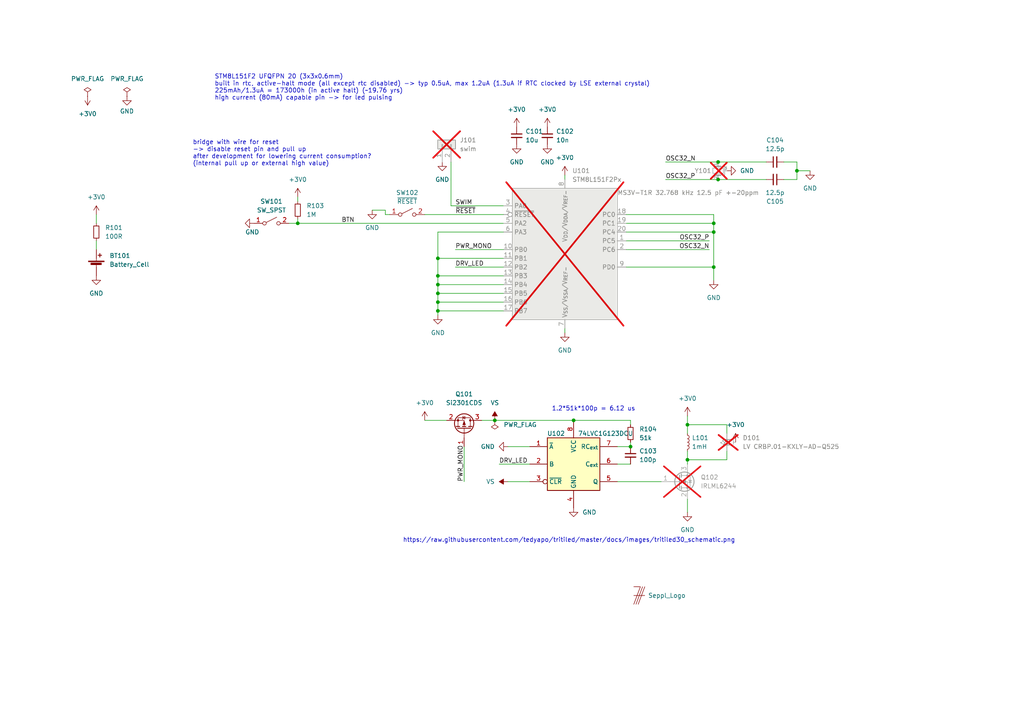
<source format=kicad_sch>
(kicad_sch (version 20250114) (generator "eeschema") (generator_version "9.0")
  (paper "A4")
  (lib_symbols
    (symbol "74xGxx:74LVC1G123DCU"
      (property "Reference" "U102" (at -5.08 8.89 0))
      (property "Value" "74LVC1G123DCU" (at 1.27 8.89 0))
      (symbol "74LVC1G123DCU_1_1"
        (rectangle (start -7.62 7.62) (end 7.62 -7.62) (stroke (width 0.254)) (fill (type background)))
        (pin input line (at -12.7 5.08 0) (length 5.08) (name "~{A}") (number "1"))
        (pin input line (at -12.7 0 0) (length 5.08) (name "B") (number "2"))
        (pin input inverted (at -12.7 -5.08 0) (length 5.08) (name "~{CLR}") (number "3"))
        (pin power_in line (at 0 12.7 270) (length 5.08) (name "VCC") (number "8"))
        (pin power_in line (at 0 -12.7 90) (length 5.08) (name "GND") (number "4"))
        (pin input line (at 12.7 5.08 180) (length 5.08) (name "RC_{ext}") (number "7"))
        (pin input line (at 12.7 0 180) (length 5.08) (name "C_{ext}") (number "6"))
        (pin output line (at 12.7 -5.08 180) (length 5.08) (name "Q") (number "5"))
      )
    )
    (symbol "Connector_Generic:Conn_01x02" (pin_names (offset 1.016) (hide yes))
      (property "Reference" "J" (at 0 2.54 0))
      (property "Value" "Conn_01x02" (at 0 -5.08 0))
      (symbol "Conn_01x02_1_1"
        (rectangle (start -1.27 1.27) (end 1.27 -3.81) (stroke (width 0.254)) (fill (type background)))
        (rectangle (start -1.27 0.127) (end 0 -0.127) (stroke (width 0.1524)))
        (rectangle (start -1.27 -2.413) (end 0 -2.667) (stroke (width 0.1524)))
        (pin passive line (at -5.08 0 0) (length 3.81) (name "Pin_1") (number "1"))
        (pin passive line (at -5.08 -2.54 0) (length 3.81) (name "Pin_2") (number "2"))
      )
    )
    (symbol "Device:Battery_Cell" (pin_numbers (hide yes)) (pin_names (offset 0) (hide yes))
      (property "Reference" "BT" (at 2.54 2.54 0))
      (property "Value" "Battery_Cell" (at 2.54 0 0))
      (symbol "Battery_Cell_0_1"
        (rectangle (start -2.286 1.778) (end 2.286 1.524) (fill (type outline)))
        (rectangle (start -1.5748 1.1938) (end 1.4732 0.6858) (fill (type outline)))
        (polyline (pts (xy 0 1.778) (xy 0 2.54)))
        (polyline (pts (xy 0 0.762) (xy 0 0)))
        (polyline (pts (xy 0.508 3.429) (xy 1.524 3.429)) (stroke (width 0.254)))
        (polyline (pts (xy 1.016 3.937) (xy 1.016 2.921)) (stroke (width 0.254)))
      )
      (symbol "Battery_Cell_1_1"
        (pin passive line (at 0 5.08 270) (length 2.54) (name "+") (number "1"))
        (pin passive line (at 0 -2.54 90) (length 2.54) (name "-") (number "2"))
      )
    )
    (symbol "Device:C_Small" (pin_numbers (hide yes)) (pin_names (offset 0.254) (hide yes))
      (property "Reference" "C" (at 0.254 1.778 0))
      (property "Value" "C_Small" (at 0.254 -2.032 0))
      (symbol "C_Small_0_1"
        (polyline (pts (xy -1.524 0.508) (xy 1.524 0.508)) (stroke (width 0.3048)))
        (polyline (pts (xy -1.524 -0.508) (xy 1.524 -0.508)) (stroke (width 0.3302)))
      )
      (symbol "C_Small_1_1"
        (pin passive line (at 0 2.54 270) (length 2.032) (name "~") (number "1"))
        (pin passive line (at 0 -2.54 90) (length 2.032) (name "~") (number "2"))
      )
    )
    (symbol "Device:Crystal_GND3_Small" (pin_names (offset 1.016) (hide yes))
      (property "Reference" "Y" (at 0 5.08 0))
      (property "Value" "Crystal_GND3_Small" (at 0 3.175 0))
      (symbol "Crystal_GND3_Small_0_1"
        (polyline (pts (xy -1.27 -0.762) (xy -1.27 0.762)) (stroke (width 0.381)))
        (polyline (pts (xy -1.27 -1.27) (xy -1.27 -1.905) (xy 1.27 -1.905) (xy 1.27 -1.27)))
        (rectangle (start -0.762 -1.524) (end 0.762 1.524))
        (polyline (pts (xy 1.27 -0.762) (xy 1.27 0.762)) (stroke (width 0.381)))
      )
      (symbol "Crystal_GND3_Small_1_1"
        (pin passive line (at -2.54 0 0) (length 1.27) (name "1") (number "1"))
        (pin passive line (at 0 -2.54 90) (length 0.635) (name "3") (number "3"))
        (pin passive line (at 2.54 0 180) (length 1.27) (name "2") (number "2"))
      )
    )
    (symbol "Device:L_Small" (pin_numbers (hide yes)) (pin_names (offset 0.254) (hide yes))
      (property "Reference" "L" (at 0.762 1.016 0))
      (property "Value" "L_Small" (at 0.762 -1.016 0))
      (symbol "L_Small_0_1"
        (arc (start 0 2.032) (mid 0.5058 1.524) (end 0 1.016))
        (arc (start 0 1.016) (mid 0.5058 0.508) (end 0 0))
        (arc (start 0 0) (mid 0.5058 -0.508) (end 0 -1.016))
        (arc (start 0 -1.016) (mid 0.5058 -1.524) (end 0 -2.032))
      )
      (symbol "L_Small_1_1"
        (pin passive line (at 0 2.54 270) (length 0.508) (name "~") (number "1"))
        (pin passive line (at 0 -2.54 90) (length 0.508) (name "~") (number "2"))
      )
    )
    (symbol "Device:Q_NMOS_GSD" (pin_names (offset 0) (hide yes))
      (property "Reference" "Q" (at 5.08 1.27 0))
      (property "Value" "Q_NMOS_GSD" (at 5.08 -1.27 0))
      (symbol "Q_NMOS_GSD_0_1"
        (polyline (pts (xy 0.254 1.905) (xy 0.254 -1.905)) (stroke (width 0.254)))
        (polyline (pts (xy 0.254 0) (xy -2.54 0)))
        (polyline (pts (xy 0.762 2.286) (xy 0.762 1.27)) (stroke (width 0.254)))
        (polyline (pts (xy 0.762 0.508) (xy 0.762 -0.508)) (stroke (width 0.254)))
        (polyline (pts (xy 0.762 -1.27) (xy 0.762 -2.286)) (stroke (width 0.254)))
        (polyline (pts (xy 0.762 -1.778) (xy 3.302 -1.778) (xy 3.302 1.778) (xy 0.762 1.778)))
        (polyline (pts (xy 1.016 0) (xy 2.032 0.381) (xy 2.032 -0.381) (xy 1.016 0)) (fill (type outline)))
        (circle (center 1.651 0) (radius 2.794) (stroke (width 0.254)))
        (polyline (pts (xy 2.54 2.54) (xy 2.54 1.778)))
        (circle (center 2.54 1.778) (radius 0.254) (fill (type outline)))
        (circle (center 2.54 -1.778) (radius 0.254) (fill (type outline)))
        (polyline (pts (xy 2.54 -2.54) (xy 2.54 0) (xy 0.762 0)))
        (polyline (pts (xy 2.794 0.508) (xy 2.921 0.381) (xy 3.683 0.381) (xy 3.81 0.254)))
        (polyline (pts (xy 3.302 0.381) (xy 2.921 -0.254) (xy 3.683 -0.254) (xy 3.302 0.381)))
      )
      (symbol "Q_NMOS_GSD_1_1"
        (pin input line (at -5.08 0 0) (length 2.54) (name "G") (number "1"))
        (pin passive line (at 2.54 5.08 270) (length 2.54) (name "D") (number "3"))
        (pin passive line (at 2.54 -5.08 90) (length 2.54) (name "S") (number "2"))
      )
    )
    (symbol "Device:Q_PMOS_GSD" (pin_names (offset 0) (hide yes))
      (property "Reference" "Q" (at 5.08 1.27 0))
      (property "Value" "Q_PMOS_GSD" (at 5.08 -1.27 0))
      (symbol "Q_PMOS_GSD_0_1"
        (polyline (pts (xy 0.254 1.905) (xy 0.254 -1.905)) (stroke (width 0.254)))
        (polyline (pts (xy 0.254 0) (xy -2.54 0)))
        (polyline (pts (xy 0.762 2.286) (xy 0.762 1.27)) (stroke (width 0.254)))
        (polyline (pts (xy 0.762 1.778) (xy 3.302 1.778) (xy 3.302 -1.778) (xy 0.762 -1.778)))
        (polyline (pts (xy 0.762 0.508) (xy 0.762 -0.508)) (stroke (width 0.254)))
        (polyline (pts (xy 0.762 -1.27) (xy 0.762 -2.286)) (stroke (width 0.254)))
        (circle (center 1.651 0) (radius 2.794) (stroke (width 0.254)))
        (polyline (pts (xy 2.286 0) (xy 1.27 0.381) (xy 1.27 -0.381) (xy 2.286 0)) (fill (type outline)))
        (polyline (pts (xy 2.54 2.54) (xy 2.54 1.778)))
        (circle (center 2.54 1.778) (radius 0.254) (fill (type outline)))
        (circle (center 2.54 -1.778) (radius 0.254) (fill (type outline)))
        (polyline (pts (xy 2.54 -2.54) (xy 2.54 0) (xy 0.762 0)))
        (polyline (pts (xy 2.794 -0.508) (xy 2.921 -0.381) (xy 3.683 -0.381) (xy 3.81 -0.254)))
        (polyline (pts (xy 3.302 -0.381) (xy 2.921 0.254) (xy 3.683 0.254) (xy 3.302 -0.381)))
      )
      (symbol "Q_PMOS_GSD_1_1"
        (pin input line (at -5.08 0 0) (length 2.54) (name "G") (number "1"))
        (pin passive line (at 2.54 5.08 270) (length 2.54) (name "D") (number "3"))
        (pin passive line (at 2.54 -5.08 90) (length 2.54) (name "S") (number "2"))
      )
    )
    (symbol "Device:R_Small" (pin_numbers (hide yes)) (pin_names (offset 0.254) (hide yes))
      (property "Reference" "R" (at 0.762 0.508 0))
      (property "Value" "R_Small" (at 0.762 -1.016 0))
      (symbol "R_Small_0_1"
        (rectangle (start -0.762 1.778) (end 0.762 -1.778) (stroke (width 0.2032)))
      )
      (symbol "R_Small_1_1"
        (pin passive line (at 0 2.54 270) (length 0.762) (name "~") (number "1"))
        (pin passive line (at 0 -2.54 90) (length 0.762) (name "~") (number "2"))
      )
    )
    (symbol "Seppl_LED_SMD:LED-ThermalPad" (pin_numbers (hide yes)) (pin_names (offset 0) (hide yes))
      (property "Reference" "D" (at 0 6.858 0))
      (symbol "LED-ThermalPad_0_1"
        (polyline (pts (xy -0.762 -1.016) (xy -0.762 1.016)) (stroke (width 0.254)))
        (polyline (pts (xy -0.635 -1.905) (xy 0.635 -1.905)))
        (polyline (pts (xy 0 0.762) (xy -0.508 1.27) (xy -0.254 1.27) (xy -0.508 1.27) (xy -0.508 1.016)))
        (polyline (pts (xy 0 -1.905) (xy 0 -2.54)))
        (polyline (pts (xy 0.508 1.27) (xy 0 1.778) (xy 0.254 1.778) (xy 0 1.778) (xy 0 1.524)))
        (polyline (pts (xy 0.762 -1.016) (xy -0.762 0) (xy 0.762 1.016) (xy 0.762 -1.016)) (stroke (width 0.254)))
        (polyline (pts (xy 1.016 0) (xy -0.762 0)))
      )
      (symbol "LED-ThermalPad_1_1"
        (pin passive line (at -2.54 0 0) (length 1.778) (name "K") (number "1"))
        (pin passive line (at 0 -2.54 90) (length 0) (name "Thermal") (number "3"))
        (pin passive line (at 2.54 0 180) (length 1.778) (name "A") (number "2"))
      )
    )
    (symbol "Seppl_Logo:Seppl_Logo" (in_bom no)
      (property "Value" "Seppl_Logo" (at 0 3.81 0))
      (symbol "Seppl_Logo_0_1"
        (polyline (pts (xy -1.5875 2.54) (xy 0.3175 2.54) (xy -1.5875 -2.54)))
        (polyline (pts (xy -1.5875 0) (xy 1.5875 0)))
        (polyline (pts (xy -0.9525 -2.54) (xy 0.9525 2.54)))
        (polyline (pts (xy -0.3175 -2.54) (xy 1.5875 2.54)))
      )
    )
    (symbol "Seppl_MCU_ST_STM8:STM8L151F2Px"
      (property "Reference" "U" (at -10.16 22.225 0))
      (property "Value" "STM8L151F2Px" (at -10.16 20.32 0))
      (symbol "STM8L151F2Px_0_0"
        (pin bidirectional line (at -17.78 13.97 0) (length 2.54) (name "PA0") (number "3") (alternate "SWIM" bidirectional line))
        (pin bidirectional inverted (at -17.78 11.43 0) (length 2.54) (name "~{RESET}") (number "4"))
        (pin bidirectional line (at -17.78 8.89 0) (length 2.54) (name "PA2") (number "5"))
        (pin bidirectional line (at -17.78 6.35 0) (length 2.54) (name "PA3") (number "6") (alternate "" input line))
        (pin bidirectional line (at -17.78 1.27 0) (length 2.54) (name "PB0") (number "10") (alternate "TIM2_CH1" bidirectional line))
        (pin bidirectional line (at -17.78 -1.27 0) (length 2.54) (name "PB1") (number "11") (alternate "TIM3_CH1" bidirectional line))
        (pin bidirectional line (at -17.78 -3.81 0) (length 2.54) (name "PB2") (number "12") (alternate "TIM2_CH2" bidirectional line))
        (pin bidirectional line (at -17.78 -6.35 0) (length 2.54) (name "PB3") (number "13"))
        (pin bidirectional line (at -17.78 -8.89 0) (length 2.54) (name "PB4") (number "14"))
        (pin bidirectional line (at -17.78 -11.43 0) (length 2.54) (name "PB5") (number "15"))
        (pin bidirectional line (at -17.78 -13.97 0) (length 2.54) (name "PB6") (number "16"))
        (pin bidirectional line (at -17.78 -16.51 0) (length 2.54) (name "PB7") (number "17"))
        (pin power_in line (at 0 21.59 270) (length 2.54) (name "V_{DD}/V_{DDA}/V_{REF-}") (number "8") (alternate "" input line))
        (pin power_in line (at 0 -21.59 90) (length 2.54) (name "V_{SS}/V_{SSA}/V_{REF-}") (number "7") (alternate "" input line))
        (pin bidirectional line (at 17.78 11.43 180) (length 2.54) (name "PC0") (number "18") (alternate "" input line))
        (pin bidirectional line (at 17.78 8.89 180) (length 2.54) (name "PC1") (number "19") (alternate "" input line))
        (pin bidirectional line (at 17.78 6.35 180) (length 2.54) (name "PC4") (number "20") (alternate "" input line))
        (pin bidirectional line (at 17.78 3.81 180) (length 2.54) (name "PC5") (number "1") (alternate "OSC32_IN" input line) (alternate "TIM2_CH1" bidirectional line))
        (pin bidirectional line (at 17.78 1.27 180) (length 2.54) (name "PC6") (number "2") (alternate "OSC32_OUT" output line) (alternate "TIM2_CH1" bidirectional line))
        (pin bidirectional line (at 17.78 -3.81 180) (length 2.54) (name "PD0") (number "9") (alternate "" input line) (alternate "TIM3_CH2" bidirectional line))
      )
      (symbol "STM8L151F2Px_0_1"
        (rectangle (start -15.24 19.05) (end 15.24 -19.05) (fill (type background)))
      )
    )
    (symbol "Switch:SW_SPST" (pin_names (offset 0) (hide yes))
      (property "Reference" "SW" (at 0 3.175 0))
      (property "Value" "SW_SPST" (at 0 -2.54 0))
      (symbol "SW_SPST_0_0"
        (circle (center -2.032 0) (radius 0.508))
        (polyline (pts (xy -1.524 0.254) (xy 1.524 1.778)))
        (circle (center 2.032 0) (radius 0.508))
      )
      (symbol "SW_SPST_1_1"
        (pin passive line (at -5.08 0 0) (length 2.54) (name "A") (number "1"))
        (pin passive line (at 5.08 0 180) (length 2.54) (name "B") (number "2"))
      )
    )
    (symbol "power:+3V0" (power) (pin_names (offset 0))
      (property "Value" "+3V0" (at 0 3.556 0))
      (symbol "+3V0_0_1"
        (polyline (pts (xy -0.762 1.27) (xy 0 2.54)))
        (polyline (pts (xy 0 2.54) (xy 0.762 1.27)))
        (polyline (pts (xy 0 0) (xy 0 2.54)))
      )
      (symbol "+3V0_1_1"
        (pin power_in line (at 0 0 90) (length 0) (hide yes) (name "+3V0") (number "1"))
      )
    )
    (symbol "power:GND" (power) (pin_names (offset 0))
      (property "Value" "GND" (at 0 -3.81 0))
      (symbol "GND_0_1"
        (polyline (pts (xy 0 0) (xy 0 -1.27) (xy 1.27 -1.27) (xy 0 -2.54) (xy -1.27 -1.27) (xy 0 -1.27)))
      )
      (symbol "GND_1_1"
        (pin power_in line (at 0 0 270) (length 0) (hide yes) (name "GND") (number "1"))
      )
    )
    (symbol "power:PWR_FLAG" (power) (pin_numbers (hide yes)) (pin_names (offset 0) (hide yes))
      (property "Value" "PWR_FLAG" (at 0 3.81 0))
      (symbol "PWR_FLAG_0_0"
        (pin power_out line (at 0 0 90) (length 0) (name "pwr") (number "1"))
      )
      (symbol "PWR_FLAG_0_1"
        (polyline (pts (xy 0 0) (xy 0 1.27) (xy -1.016 1.905) (xy 0 2.54) (xy 1.016 1.905) (xy 0 1.27)))
      )
    )
    (symbol "power:VS" (power) (pin_names (offset 0))
      (property "Value" "VS" (at 0 3.81 0))
      (symbol "VS_0_1"
        (polyline (pts (xy 0 0) (xy 0 2.54)))
        (polyline (pts (xy 0.762 1.27) (xy -0.762 1.27) (xy 0 2.54) (xy 0.762 1.27)) (fill (type outline)))
      )
      (symbol "VS_1_1"
        (pin power_in line (at 0 0 90) (length 0) (hide yes) (name "VS") (number "1"))
      )
    )
  )
  (text "1.2*51k*100p = 6.12 us" (at 160.02 119.38 0) (effects (font (size 1.27 1.27)) (justify left bottom)))
  (text "STM8L151F2 UFQFPN 20 (3x3x0.6mm)\nbuilt in rtc, active-halt mode (all except rtc disabled) -> typ 0.5uA, max 1.2uA (1.3uA if RTC clocked by LSE external crystal)\n225mAh/1.3uA = 173000h (in active halt) (~19.76 yrs)\nhigh current (80mA) capable pin -> for led pulsing" (at 62.23 29.21 0) (effects (font (size 1.27 1.27)) (justify left bottom)))
  (text "bridge with wire for reset\n-> disable reset pin and pull up\nafter development for lowering current consumption?\n(internal pull up or external high value)" (at 55.88 48.26 0) (effects (font (size 1.27 1.27)) (justify left bottom)))
  (text "https://raw.githubusercontent.com/tedyapo/tritiled/master/docs/images/tritiled30_schematic.png" (at 116.84 157.48 0) (effects (font (size 1.27 1.27)) (justify left bottom)))
  (junction (at 231.14 49.53))
  (junction (at 207.01 77.47))
  (junction (at 207.01 67.31))
  (junction (at 143.51 121.92))
  (junction (at 127 80.01))
  (junction (at 182.88 129.54))
  (junction (at 199.39 133.35))
  (junction (at 127 74.93))
  (junction (at 127 82.55))
  (junction (at 127 85.09))
  (junction (at 127 90.17))
  (junction (at 208.28 52.07))
  (junction (at 127 87.63))
  (junction (at 208.28 46.99))
  (junction (at 86.36 64.77))
  (junction (at 199.39 123.19))
  (junction (at 207.01 64.77))
  (junction (at 166.37 121.92))
  (wire (pts (xy 193.04 46.99) (xy 208.28 46.99)))
  (wire (pts (xy 199.39 125.73) (xy 199.39 123.19)))
  (wire (pts (xy 147.32 129.54) (xy 153.67 129.54)))
  (wire (pts (xy 130.81 46.99) (xy 130.81 59.69)))
  (wire (pts (xy 143.51 121.92) (xy 166.37 121.92)))
  (wire (pts (xy 193.04 52.07) (xy 208.28 52.07)))
  (wire (pts (xy 231.14 49.53) (xy 231.14 52.07)))
  (wire (pts (xy 127 67.31) (xy 146.05 67.31)))
  (wire (pts (xy 147.32 139.7) (xy 153.67 139.7)))
  (wire (pts (xy 182.88 129.54) (xy 179.07 129.54)))
  (wire (pts (xy 182.88 121.92) (xy 182.88 123.19)))
  (wire (pts (xy 127 80.01) (xy 146.05 80.01)))
  (wire (pts (xy 181.61 64.77) (xy 207.01 64.77)))
  (wire (pts (xy 127 82.55) (xy 146.05 82.55)))
  (wire (pts (xy 127 85.09) (xy 146.05 85.09)))
  (wire (pts (xy 199.39 123.19) (xy 210.82 123.19)))
  (wire (pts (xy 86.36 64.77) (xy 83.82 64.77)))
  (wire (pts (xy 107.95 60.96) (xy 111.76 60.96)))
  (wire (pts (xy 127 85.09) (xy 127 87.63)))
  (wire (pts (xy 144.78 134.62) (xy 153.67 134.62)))
  (wire (pts (xy 199.39 144.78) (xy 199.39 148.59)))
  (wire (pts (xy 181.61 67.31) (xy 207.01 67.31)))
  (wire (pts (xy 127 87.63) (xy 146.05 87.63)))
  (wire (pts (xy 210.82 123.19) (xy 210.82 125.73)))
  (wire (pts (xy 139.7 121.92) (xy 143.51 121.92)))
  (wire (pts (xy 127 90.17) (xy 146.05 90.17)))
  (wire (pts (xy 127 90.17) (xy 127 91.44)))
  (wire (pts (xy 27.94 69.85) (xy 27.94 72.39)))
  (wire (pts (xy 130.81 59.69) (xy 146.05 59.69)))
  (wire (pts (xy 182.88 134.62) (xy 179.07 134.62)))
  (wire (pts (xy 181.61 69.85) (xy 205.74 69.85)))
  (wire (pts (xy 163.83 96.52) (xy 163.83 95.25)))
  (wire (pts (xy 199.39 133.35) (xy 199.39 134.62)))
  (wire (pts (xy 210.82 133.35) (xy 199.39 133.35)))
  (wire (pts (xy 163.83 50.8) (xy 163.83 52.07)))
  (wire (pts (xy 86.36 63.5) (xy 86.36 64.77)))
  (wire (pts (xy 123.19 121.92) (xy 129.54 121.92)))
  (wire (pts (xy 181.61 62.23) (xy 207.01 62.23)))
  (wire (pts (xy 127 67.31) (xy 127 74.93)))
  (wire (pts (xy 111.76 60.96) (xy 111.76 62.23)))
  (wire (pts (xy 208.28 46.99) (xy 222.25 46.99)))
  (wire (pts (xy 231.14 49.53) (xy 234.95 49.53)))
  (wire (pts (xy 111.76 62.23) (xy 113.03 62.23)))
  (wire (pts (xy 199.39 120.65) (xy 199.39 123.19)))
  (wire (pts (xy 132.08 72.39) (xy 146.05 72.39)))
  (wire (pts (xy 182.88 128.27) (xy 182.88 129.54)))
  (wire (pts (xy 227.33 52.07) (xy 231.14 52.07)))
  (wire (pts (xy 207.01 62.23) (xy 207.01 64.77)))
  (wire (pts (xy 86.36 58.42) (xy 86.36 57.15)))
  (wire (pts (xy 127 74.93) (xy 127 80.01)))
  (wire (pts (xy 207.01 77.47) (xy 207.01 81.28)))
  (wire (pts (xy 179.07 139.7) (xy 191.77 139.7)))
  (wire (pts (xy 207.01 67.31) (xy 207.01 77.47)))
  (wire (pts (xy 123.19 62.23) (xy 146.05 62.23)))
  (wire (pts (xy 231.14 46.99) (xy 231.14 49.53)))
  (wire (pts (xy 210.82 130.81) (xy 210.82 133.35)))
  (wire (pts (xy 199.39 130.81) (xy 199.39 133.35)))
  (wire (pts (xy 127 82.55) (xy 127 85.09)))
  (wire (pts (xy 127 80.01) (xy 127 82.55)))
  (wire (pts (xy 134.62 139.7) (xy 134.62 129.54)))
  (wire (pts (xy 208.28 52.07) (xy 222.25 52.07)))
  (wire (pts (xy 127 74.93) (xy 146.05 74.93)))
  (wire (pts (xy 207.01 64.77) (xy 207.01 67.31)))
  (wire (pts (xy 86.36 64.77) (xy 146.05 64.77)))
  (wire (pts (xy 132.08 77.47) (xy 146.05 77.47)))
  (wire (pts (xy 181.61 72.39) (xy 205.74 72.39)))
  (wire (pts (xy 166.37 121.92) (xy 182.88 121.92)))
  (wire (pts (xy 127 87.63) (xy 127 90.17)))
  (wire (pts (xy 181.61 77.47) (xy 207.01 77.47)))
  (wire (pts (xy 27.94 62.23) (xy 27.94 64.77)))
  (wire (pts (xy 227.33 46.99) (xy 231.14 46.99)))
  (label "DRV_LED" (at 132.08 77.47 0))
  (label "~{RESET}" (at 132.08 62.23 0))
  (label "OSC32_P" (at 193.04 52.07 0))
  (label "PWR_MONO" (at 134.62 139.7 90))
  (label "OSC32_N" (at 205.74 72.39 180))
  (label "DRV_LED" (at 144.78 134.62 0))
  (label "PWR_MONO" (at 132.08 72.39 0))
  (label "OSC32_N" (at 193.04 46.99 0))
  (label "OSC32_P" (at 205.74 69.85 180))
  (label "SWIM" (at 132.08 59.69 0))
  (label "BTN" (at 99.06 64.77 0))
  (symbol (lib_id "power:GND") (at 127 91.44 0) (unit 1)
    (property "Reference" "#PWR0109" (effects (hide yes)))
    (property "Value" "GND" (at 127 96.52 0))
  )
  (symbol (lib_id "power:+3V0") (at 25.4 27.94 180) (unit 1)
    (property "Reference" "#PWR0101" (effects (hide yes)))
    (property "Value" "+3V0" (at 25.4 33.02 0))
  )
  (symbol (lib_id "Connector_Generic:Conn_01x02") (at 128.27 41.91 90) (unit 1) (dnp yes)
    (property "Reference" "J101" (at 133.35 40.6399 90) (effects (justify right)))
    (property "Value" "swim" (at 133.35 43.1799 90) (effects (justify right)))
    (property "Footprint" "Connector_PinHeader_2.54mm:PinHeader_1x02_P2.54mm_Vertical" (effects (hide yes)))
    (property "Description" "Generic connector, single row, 01x02, script generated (kicad-library-utils/schlib/autogen/connector/)" (effects (hide yes)))
  )
  (symbol (lib_id "power:GND") (at 234.95 49.53 0) (unit 1)
    (property "Reference" "#PWR0126" (effects (hide yes)))
    (property "Value" "GND" (at 234.95 54.61 0))
  )
  (symbol (lib_id "power:GND") (at 207.01 81.28 0) (unit 1)
    (property "Reference" "#PWR0125" (effects (hide yes)))
    (property "Value" "GND" (at 207.01 86.36 0))
  )
  (symbol (lib_id "power:+3V0") (at 27.94 62.23 0) (unit 1)
    (property "Reference" "#PWR0102" (effects (hide yes)))
    (property "Value" "+3V0" (at 27.94 57.15 0))
  )
  (symbol (lib_id "Device:Crystal_GND3_Small") (at 208.28 49.53 90) (mirror x) (unit 1) (dnp yes)
    (property "Reference" "Y101" (at 201.422 49.53 90) (effects (justify right)))
    (property "Value" "MS3V-T1R 32.768 kHz 12.5 pF +-20ppm" (at 179.07 55.88 90) (effects (justify right)))
    (property "Footprint" "Crystal:Crystal_SMD_MicroCrystal_MS3V-T1R" (effects (hide yes)))
    (property "Description" "Three pin crystal, GND on pin 3, small symbol" (effects (hide yes)))
  )
  (symbol (lib_id "Device:C_Small") (at 182.88 132.08 0) (unit 1)
    (property "Reference" "C103" (at 185.42 130.8162 0) (effects (justify left)))
    (property "Value" "100p" (at 185.42 133.3562 0) (effects (justify left)))
    (property "Footprint" "Capacitor_SMD:C_0805_2012Metric" (effects (hide yes)))
    (property "LCSC Part #" "C1790" (effects (hide yes)))
  )
  (symbol (lib_id "power:GND") (at 107.95 60.96 0) (unit 1)
    (property "Reference" "#PWR0111" (effects (hide yes)))
    (property "Value" "GND" (at 107.95 66.04 0))
  )
  (symbol (lib_id "Device:R_Small") (at 86.36 60.96 0) (unit 1)
    (property "Reference" "R103" (at 88.9 59.6899 0) (effects (justify left)))
    (property "Value" "1M" (at 88.9 62.2299 0) (effects (justify left)))
    (property "Footprint" "Resistor_SMD:R_0805_2012Metric" (effects (hide yes)))
    (property "LCSC Part #" "C17514" (effects (hide yes)))
  )
  (symbol (lib_id "Seppl_LED_SMD:LED-ThermalPad") (at 210.82 128.27 90) (mirror x) (unit 1) (dnp yes)
    (property "Reference" "D101" (at 215.392 127 90) (effects (justify right)))
    (property "Value" "LV CRBP.01-KXLY-AD-Q525" (at 215.392 129.54 90) (effects (justify right)))
    (property "Footprint" "Seppl_LED_SMD:LED-LV-CRBP.01_OSRAM" (effects (hide yes)))
  )
  (symbol (lib_id "power:GND") (at 158.75 41.91 0) (unit 1)
    (property "Reference" "#PWR0119" (effects (hide yes)))
    (property "Value" "GND" (at 158.75 46.99 0))
  )
  (symbol (lib_id "Seppl_Logo:Seppl_Logo") (at 185.42 172.72 0) (unit 1) (in_bom no)
    (property "Reference" "Logo101" (effects (hide yes)))
    (property "Value" "Seppl_Logo" (at 187.96 172.7199 0) (effects (justify left)))
    (property "Footprint" "Seppl_Logo:Logo_3.3x5" (effects (hide yes)))
  )
  (symbol (lib_id "power:+3V0") (at 158.75 36.83 0) (unit 1)
    (property "Reference" "#PWR0118" (effects (hide yes)))
    (property "Value" "+3V0" (at 158.75 31.75 0))
  )
  (symbol (lib_id "Switch:SW_SPST") (at 78.74 64.77 0) (unit 1)
    (property "Reference" "SW101" (at 78.74 58.42 0))
    (property "Value" "SW_SPST" (at 78.74 60.96 0))
    (property "Footprint" "Button_Switch_SMD:SW_Push_1P1T_NO_CK_KSC6xxJ" (effects (hide yes)))
    (property "LCSC Part #" "C18078048" (effects (hide yes)))
  )
  (symbol (lib_id "power:PWR_FLAG") (at 143.51 121.92 180) (unit 1)
    (property "Reference" "#FLG0103" (effects (hide yes)))
    (property "Value" "PWR_FLAG" (at 146.05 123.1899 0) (effects (justify right)))
  )
  (symbol (lib_id "power:GND") (at 210.82 49.53 90) (unit 1)
    (property "Reference" "#PWR0127" (effects (hide yes)))
    (property "Value" "GND" (at 214.63 49.5299 90) (effects (justify right)))
  )
  (symbol (lib_id "Device:L_Small") (at 199.39 128.27 0) (unit 1)
    (property "Reference" "L101" (at 200.66 126.9999 0) (effects (justify left)))
    (property "Value" "1mH" (at 200.66 129.5399 0) (effects (justify left)))
    (property "Footprint" "Inductor_SMD:L_1812_4532Metric" (effects (hide yes)))
    (property "LCSC Part #" "C394145" (effects (hide yes)))
  )
  (symbol (lib_id "Device:R_Small") (at 182.88 125.73 0) (unit 1)
    (property "Reference" "R104" (at 185.42 124.4599 0) (effects (justify left)))
    (property "Value" "51k" (at 185.42 126.9999 0) (effects (justify left)))
    (property "Footprint" "Resistor_SMD:R_0805_2012Metric" (effects (hide yes)))
    (property "LCSC Part #" "C17737" (effects (hide yes)))
  )
  (symbol (lib_id "power:GND") (at 36.83 27.94 0) (unit 1)
    (property "Reference" "#PWR0104" (effects (hide yes)))
    (property "Value" "GND" (at 38.862 32.258 0) (effects (justify right)))
  )
  (symbol (lib_id "power:GND") (at 27.94 80.01 0) (unit 1)
    (property "Reference" "#PWR0103" (effects (hide yes)))
    (property "Value" "GND" (at 27.94 85.09 0))
  )
  (symbol (lib_id "power:GND") (at 163.83 96.52 0) (unit 1)
    (property "Reference" "#PWR0121" (effects (hide yes)))
    (property "Value" "GND" (at 163.83 101.6 0))
  )
  (symbol (lib_id "Switch:SW_SPST") (at 118.11 62.23 0) (unit 1)
    (property "Reference" "SW102" (at 118.11 55.88 0))
    (property "Value" "~{RESET}" (at 118.11 58.42 0))
    (property "Footprint" "Button_Switch_SMD:SW_Push_1P1T_NO_CK_KSC6xxJ" (effects (hide yes)))
    (property "LCSC Part #" "C18078048" (effects (hide yes)))
  )
  (symbol (lib_id "Device:C_Small") (at 224.79 52.07 270) (mirror x) (unit 1)
    (property "Reference" "C105" (at 224.79 58.42 90))
    (property "Value" "12.5p" (at 224.79 55.88 90))
    (property "Footprint" "Capacitor_SMD:C_0805_2012Metric" (effects (hide yes)))
    (property "LCSC Part #" "C1792" (effects (hide yes)))
  )
  (symbol (lib_id "power:GND") (at 166.37 147.32 0) (unit 1)
    (property "Reference" "#PWR0122" (effects (hide yes)))
    (property "Value" "GND" (at 168.91 148.5899 0) (effects (justify left)))
  )
  (symbol (lib_id "power:GND") (at 199.39 148.59 0) (unit 1)
    (property "Reference" "#PWR0124" (effects (hide yes)))
    (property "Value" "GND" (at 199.39 153.67 0))
  )
  (symbol (lib_id "power:+3V0") (at 199.39 120.65 0) (unit 1)
    (property "Reference" "#PWR0123" (effects (hide yes)))
    (property "Value" "+3V0" (at 199.39 115.57 0))
  )
  (symbol (lib_id "power:+3V0") (at 163.83 50.8 0) (unit 1)
    (property "Reference" "#PWR0120" (effects (hide yes)))
    (property "Value" "+3V0" (at 163.83 45.72 0))
  )
  (symbol (lib_id "Device:Battery_Cell") (at 27.94 77.47 0) (unit 1)
    (property "Reference" "BT101" (at 31.75 74.1679 0) (effects (justify left)))
    (property "Value" "Battery_Cell" (at 31.75 76.7079 0) (effects (justify left)))
    (property "Footprint" "Seppl_Battery_Holders:Battery_2023_MY-2032-01" (effects (hide yes)))
    (property "LCSC Part #" "C964824" (effects (hide yes)))
  )
  (symbol (lib_id "power:GND") (at 149.86 41.91 0) (unit 1)
    (property "Reference" "#PWR0117" (effects (hide yes)))
    (property "Value" "GND" (at 149.86 46.99 0))
  )
  (symbol (lib_id "Device:R_Small") (at 27.94 67.31 0) (unit 1)
    (property "Reference" "R101" (at 30.48 66.0399 0) (effects (justify left)))
    (property "Value" "100R" (at 30.48 68.5799 0) (effects (justify left)))
    (property "Footprint" "Resistor_SMD:R_0805_2012Metric" (effects (hide yes)))
    (property "LCSC Part #" "C17408" (effects (hide yes)))
  )
  (symbol (lib_id "Seppl_MCU_ST_STM8:STM8L151F2Px") (at 163.83 73.66 0) (unit 1) (dnp yes)
    (property "Reference" "U101" (at 165.9733 49.53 0) (effects (justify left)))
    (property "Value" "STM8L151F2Px" (at 165.9733 52.07 0) (effects (justify left)))
    (property "Footprint" "Package_SO:TSSOP-20_4.4x6.5mm_P0.65mm" (effects (hide yes)))
    (property "Datasheet" "https://www.st.com/resource/en/datasheet/stm8l151f2.pdf" (effects (hide yes)))
    (property "Description" "8-bit ultra-low-power MCU, 4 KB Flash, 256 bytes data EEPROM, LQFP-48" (effects (hide yes)))
    (pin "18" (alternate "OSC32_IN"))
    (pin "19" (alternate "OSC32_OUT"))
    (pin "20" (alternate "SWIM"))
    (pin "6" (alternate "TIM3_CH2"))
    (pin "7" (alternate "TIM2_CH1"))
    (pin "8" (alternate "TIM3_CH1"))
    (pin "9" (alternate "TIM2_CH2"))
  )
  (symbol (lib_id "Device:C_Small") (at 158.75 39.37 0) (unit 1)
    (property "Reference" "C102" (at 161.29 38.1062 0) (effects (justify left)))
    (property "Value" "10n" (at 161.29 40.6462 0) (effects (justify left)))
    (property "Footprint" "Capacitor_SMD:C_0805_2012Metric" (effects (hide yes)))
    (property "LCSC Part #" "C1710" (effects (hide yes)))
  )
  (symbol (lib_id "Device:Q_PMOS_GSD") (at 134.62 124.46 270) (mirror x) (unit 1)
    (property "Reference" "Q101" (at 134.62 114.3 90))
    (property "Value" "Si2301CDS" (at 134.62 116.84 90))
    (property "Footprint" "Package_TO_SOT_SMD:SOT-23" (effects (hide yes)))
    (property "LCSC Part #" "C10487" (effects (hide yes)))
  )
  (symbol (lib_id "power:PWR_FLAG") (at 36.83 27.94 0) (unit 1)
    (property "Reference" "#FLG0102" (effects (hide yes)))
    (property "Value" "PWR_FLAG" (at 36.83 22.86 0))
  )
  (symbol (lib_id "power:+3V0") (at 86.36 57.15 0) (unit 1)
    (property "Reference" "#PWR0108" (effects (hide yes)))
    (property "Value" "+3V0" (at 86.36 52.07 0))
  )
  (symbol (lib_id "power:+3V0") (at 123.19 121.92 0) (unit 1)
    (property "Reference" "#PWR0112" (effects (hide yes)))
    (property "Value" "+3V0" (at 123.19 116.84 0))
  )
  (symbol (lib_id "power:GND") (at 128.27 46.99 0) (unit 1)
    (property "Reference" "#PWR0128" (effects (hide yes)))
    (property "Value" "GND" (at 128.27 52.07 0))
  )
  (symbol (lib_id "Device:C_Small") (at 224.79 46.99 90) (unit 1)
    (property "Reference" "C104" (at 224.7963 40.64 90))
    (property "Value" "12.5p" (at 224.7963 43.18 90))
    (property "Footprint" "Capacitor_SMD:C_0805_2012Metric" (effects (hide yes)))
    (property "LCSC Part #" "C1792" (effects (hide yes)))
  )
  (symbol (lib_id "Device:Q_NMOS_GSD") (at 196.85 139.7 0) (unit 1) (dnp yes)
    (property "Reference" "Q102" (at 203.2 138.4299 0) (effects (justify left)))
    (property "Value" "IRLML6244" (at 203.2 140.9699 0) (effects (justify left)))
    (property "Footprint" "Package_TO_SOT_SMD:SOT-23" (effects (hide yes)))
    (property "LCSC Part #" "C5364311" (effects (hide yes)))
  )
  (symbol (lib_id "power:VS") (at 147.32 139.7 90) (unit 1)
    (property "Reference" "#PWR0115" (effects (hide yes)))
    (property "Value" "VS" (at 143.51 139.6999 90) (effects (justify left)))
  )
  (symbol (lib_id "power:GND") (at 147.32 129.54 270) (unit 1)
    (property "Reference" "#PWR0114" (effects (hide yes)))
    (property "Value" "GND" (at 143.51 129.5399 90) (effects (justify right)))
  )
  (symbol (lib_id "74xGxx:74LVC1G123DCU") (at 166.37 134.62 0) (unit 1)
    (property "Reference" "U102" (at 161.29 125.73 0))
    (property "Value" "74LVC1G123DCU" (at 167.64 125.73 0) (effects (justify left)))
    (property "Footprint" "Package_SO:VSSOP-8_2.3x2mm_P0.5mm" (effects (hide yes)))
    (property "Datasheet" "http://www.ti.com/lit/ds/symlink/sn74lvc1g123.pdf" (effects (hide yes)))
    (property "LCSC Part #" "C352969" (effects (hide yes)))
  )
  (symbol (lib_id "Device:C_Small") (at 149.86 39.37 0) (unit 1)
    (property "Reference" "C101" (at 152.4 38.1062 0) (effects (justify left)))
    (property "Value" "10u" (at 152.4 40.6462 0) (effects (justify left)))
    (property "Footprint" "Capacitor_SMD:C_0805_2012Metric" (effects (hide yes)))
    (property "LCSC Part #" "C15850" (effects (hide yes)))
  )
  (symbol (lib_id "power:VS") (at 143.51 121.92 0) (unit 1)
    (property "Reference" "#PWR0113" (effects (hide yes)))
    (property "Value" "VS" (at 143.51 116.84 0))
  )
  (symbol (lib_id "power:+3V0") (at 149.86 36.83 0) (unit 1)
    (property "Reference" "#PWR0116" (effects (hide yes)))
    (property "Value" "+3V0" (at 149.86 31.75 0))
  )
  (symbol (lib_id "power:+3V0") (at 213.36 128.27 0) (unit 1)
    (property "Reference" "#PWR0105" (effects (hide yes)))
    (property "Value" "+3V0" (at 213.36 123.19 0))
  )
  (symbol (lib_id "power:GND") (at 73.66 64.77 270) (unit 1)
    (property "Reference" "#PWR0106" (effects (hide yes)))
    (property "Value" "GND" (at 71.12 67.31 90) (effects (justify left)))
  )
  (symbol (lib_id "power:PWR_FLAG") (at 25.4 27.94 0) (unit 1)
    (property "Reference" "#FLG0101" (effects (hide yes)))
    (property "Value" "PWR_FLAG" (at 25.4 22.86 0))
  )
)
</source>
